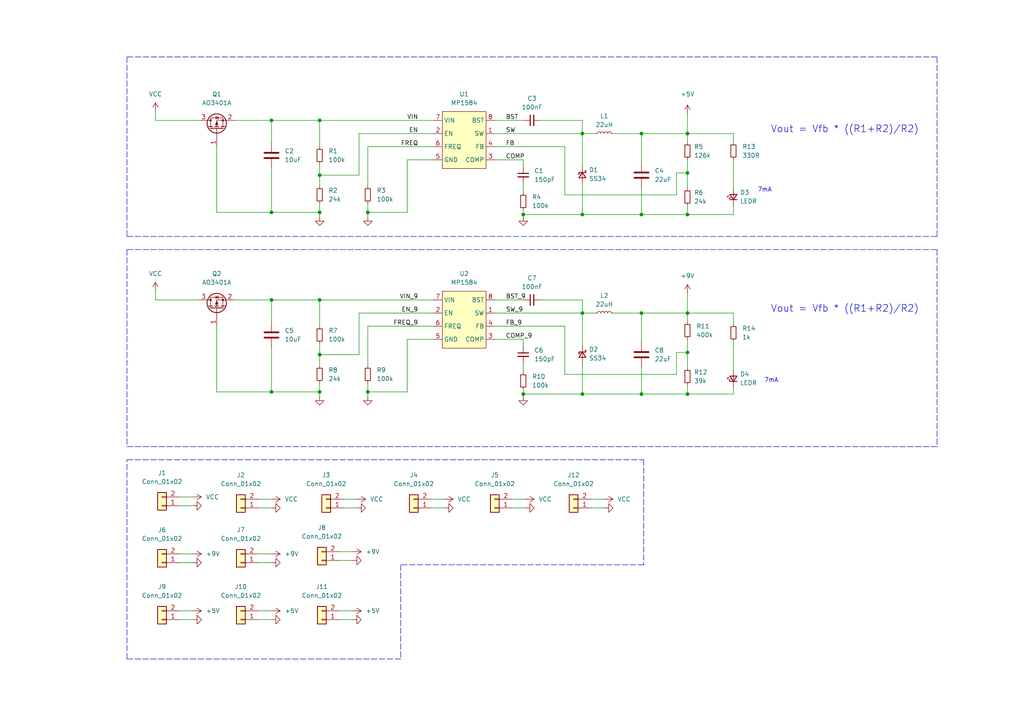
<source format=kicad_sch>
(kicad_sch (version 20211123) (generator eeschema)
  (paper "A4")
  (title_block (title "PDB") (date "2022-09-21") (rev "Version 1.0") (company "BIT2BYTE") (comment 1 "Designed By: CHUOB VANDY"))
  (lib_symbols
    (symbol "Connector_Generic:Conn_01x02" (pin_names (offset 1.016) hide)
      (property "Reference" "J" (at 0 2.54 0))
      (property "Value" "Conn_01x02" (at 0 -5.08 0))
      (symbol "Conn_01x02_1_1"
        (rectangle (start -1.27 -2.413) (end 0 -2.667) (stroke (width 0.1524)))
        (rectangle (start -1.27 0.127) (end 0 -0.127) (stroke (width 0.1524)))
        (rectangle (start -1.27 1.27) (end 1.27 -3.81) (stroke (width 0.254)) (fill (type background)))
        (pin passive line (at -5.08 0 0) (length 3.81) (name "Pin_1") (number "1"))
        (pin passive line (at -5.08 -2.54 0) (length 3.81) (name "Pin_2") (number "2"))
      )
    )
    (symbol "Device:C" (pin_numbers hide) (pin_names (offset 0.254))
      (property "Reference" "C" (at 0.635 2.54 0))
      (property "Value" "C" (at 0.635 -2.54 0))
      (symbol "C_0_1"
        (polyline (pts (xy -2.032 -0.762) (xy 2.032 -0.762)) (stroke (width 0.508)))
        (polyline (pts (xy -2.032 0.762) (xy 2.032 0.762)) (stroke (width 0.508)))
      )
      (symbol "C_1_1"
        (pin passive line (at 0 3.81 270) (length 2.794) (name "~") (number "1"))
        (pin passive line (at 0 -3.81 90) (length 2.794) (name "~") (number "2"))
      )
    )
    (symbol "Device:C_Small" (pin_numbers hide) (pin_names (offset 0.254) hide)
      (property "Reference" "C" (at 0.254 1.778 0))
      (property "Value" "C_Small" (at 0.254 -2.032 0))
      (symbol "C_Small_0_1"
        (polyline (pts (xy -1.524 -0.508) (xy 1.524 -0.508)) (stroke (width 0.3302)))
        (polyline (pts (xy -1.524 0.508) (xy 1.524 0.508)) (stroke (width 0.3048)))
      )
      (symbol "C_Small_1_1"
        (pin passive line (at 0 2.54 270) (length 2.032) (name "~") (number "1"))
        (pin passive line (at 0 -2.54 90) (length 2.032) (name "~") (number "2"))
      )
    )
    (symbol "Device:D_Schottky_Small" (pin_numbers hide) (pin_names (offset 0.254) hide)
      (property "Reference" "D" (at -1.27 2.032 0))
      (property "Value" "D_Schottky_Small" (at -7.112 -2.032 0))
      (symbol "D_Schottky_Small_0_1"
        (polyline (pts (xy -0.762 0) (xy 0.762 0)))
        (polyline (pts (xy 0.762 -1.016) (xy -0.762 0) (xy 0.762 1.016) (xy 0.762 -1.016)) (stroke (width 0.254)))
        (polyline (pts (xy -1.27 0.762) (xy -1.27 1.016) (xy -0.762 1.016) (xy -0.762 -1.016) (xy -0.254 -1.016) (xy -0.254 -0.762)) (stroke (width 0.254)))
      )
      (symbol "D_Schottky_Small_1_1"
        (pin passive line (at -2.54 0 0) (length 1.778) (name "K") (number "1"))
        (pin passive line (at 2.54 0 180) (length 1.778) (name "A") (number "2"))
      )
    )
    (symbol "Device:LED_Small" (pin_numbers hide) (pin_names (offset 0.254) hide)
      (property "Reference" "D" (at -1.27 3.175 0))
      (property "Value" "LED_Small" (at -4.445 -2.54 0))
      (symbol "LED_Small_0_1"
        (polyline (pts (xy -0.762 -1.016) (xy -0.762 1.016)) (stroke (width 0.254)))
        (polyline (pts (xy 1.016 0) (xy -0.762 0)))
        (polyline (pts (xy 0.762 -1.016) (xy -0.762 0) (xy 0.762 1.016) (xy 0.762 -1.016)) (stroke (width 0.254)))
        (polyline (pts (xy 0 0.762) (xy -0.508 1.27) (xy -0.254 1.27) (xy -0.508 1.27) (xy -0.508 1.016)))
        (polyline (pts (xy 0.508 1.27) (xy 0 1.778) (xy 0.254 1.778) (xy 0 1.778) (xy 0 1.524)))
      )
      (symbol "LED_Small_1_1"
        (pin passive line (at -2.54 0 0) (length 1.778) (name "K") (number "1"))
        (pin passive line (at 2.54 0 180) (length 1.778) (name "A") (number "2"))
      )
    )
    (symbol "Device:L_Small" (pin_numbers hide) (pin_names (offset 0.254) hide)
      (property "Reference" "L" (at 0.762 1.016 0))
      (property "Value" "L_Small" (at 0.762 -1.016 0))
      (symbol "L_Small_0_1"
        (arc (start 0 -2.032) (mid 0.508 -1.524) (end 0 -1.016))
        (arc (start 0 -1.016) (mid 0.508 -0.508) (end 0 0))
        (arc (start 0 0) (mid 0.508 0.508) (end 0 1.016))
        (arc (start 0 1.016) (mid 0.508 1.524) (end 0 2.032))
      )
      (symbol "L_Small_1_1"
        (pin passive line (at 0 2.54 270) (length 0.508) (name "~") (number "1"))
        (pin passive line (at 0 -2.54 90) (length 0.508) (name "~") (number "2"))
      )
    )
    (symbol "Device:R_Small" (pin_numbers hide) (pin_names (offset 0.254) hide)
      (property "Reference" "R" (at 0.762 0.508 0))
      (property "Value" "R_Small" (at 0.762 -1.016 0))
      (symbol "R_Small_0_1"
        (rectangle (start -0.762 1.778) (end 0.762 -1.778) (stroke (width 0.2032)))
      )
      (symbol "R_Small_1_1"
        (pin passive line (at 0 2.54 270) (length 0.762) (name "~") (number "1"))
        (pin passive line (at 0 -2.54 90) (length 0.762) (name "~") (number "2"))
      )
    )
    (symbol "Transistor_FET:AO3401A" (pin_names hide)
      (property "Reference" "Q" (at 5.08 1.905 0))
      (property "Value" "AO3401A" (at 5.08 0 0))
      (symbol "AO3401A_0_1"
        (polyline (pts (xy 0.254 0) (xy -2.54 0)))
        (polyline (pts (xy 0.254 1.905) (xy 0.254 -1.905)) (stroke (width 0.254)))
        (polyline (pts (xy 0.762 -1.27) (xy 0.762 -2.286)) (stroke (width 0.254)))
        (polyline (pts (xy 0.762 0.508) (xy 0.762 -0.508)) (stroke (width 0.254)))
        (polyline (pts (xy 0.762 2.286) (xy 0.762 1.27)) (stroke (width 0.254)))
        (polyline (pts (xy 2.54 2.54) (xy 2.54 1.778)))
        (polyline (pts (xy 2.54 -2.54) (xy 2.54 0) (xy 0.762 0)))
        (polyline (pts (xy 0.762 1.778) (xy 3.302 1.778) (xy 3.302 -1.778) (xy 0.762 -1.778)))
        (polyline (pts (xy 2.286 0) (xy 1.27 0.381) (xy 1.27 -0.381) (xy 2.286 0)) (fill (type outline)))
        (polyline (pts (xy 2.794 -0.508) (xy 2.921 -0.381) (xy 3.683 -0.381) (xy 3.81 -0.254)))
        (polyline (pts (xy 3.302 -0.381) (xy 2.921 0.254) (xy 3.683 0.254) (xy 3.302 -0.381)))
        (circle (center 1.651 0) (radius 2.794) (stroke (width 0.254)))
        (circle (center 2.54 -1.778) (radius 0.254) (fill (type outline)))
        (circle (center 2.54 1.778) (radius 0.254) (fill (type outline)))
      )
      (symbol "AO3401A_1_1"
        (pin input line (at -5.08 0 0) (length 2.54) (name "G") (number "1"))
        (pin passive line (at 2.54 -5.08 90) (length 2.54) (name "S") (number "2"))
        (pin passive line (at 2.54 5.08 270) (length 2.54) (name "D") (number "3"))
      )
    )
    (symbol "myCustomLibs:MP1584"
      (property "Reference" "U" (at 0 -10.16 0))
      (property "Value" "MP1584" (at 0 8.89 0))
      (symbol "MP1584_0_1"
        (rectangle (start -6.35 7.62) (end 6.35 -8.89) (fill (type background)))
      )
      (symbol "MP1584_1_1"
        (pin passive line (at 8.89 1.27 180) (length 2.54) (name "SW") (number "1"))
        (pin passive line (at -8.89 1.27 0) (length 2.54) (name "EN") (number "2"))
        (pin passive line (at 8.89 -6.35 180) (length 2.54) (name "COMP") (number "3"))
        (pin passive line (at 8.89 -2.54 180) (length 2.54) (name "FB") (number "4"))
        (pin passive line (at -8.89 -6.35 0) (length 2.54) (name "GND") (number "5"))
        (pin passive line (at -8.89 -2.54 0) (length 2.54) (name "FREQ") (number "6"))
        (pin passive line (at -8.89 5.08 0) (length 2.54) (name "VIN") (number "7"))
        (pin passive line (at 8.89 5.08 180) (length 2.54) (name "BST") (number "8"))
      )
    )
    (symbol "power:+5V" (power) (pin_names (offset 0))
      (property "Value" "+5V" (at 0 3.556 0))
      (symbol "+5V_0_1"
        (polyline (pts (xy -0.762 1.27) (xy 0 2.54)))
        (polyline (pts (xy 0 0) (xy 0 2.54)))
        (polyline (pts (xy 0 2.54) (xy 0.762 1.27)))
      )
      (symbol "+5V_1_1"
        (pin power_in line (at 0 0 90) (length 0) hide (name "+5V") (number "1"))
      )
    )
    (symbol "power:+9V" (power) (pin_names (offset 0))
      (property "Value" "+9V" (at 0 3.556 0))
      (symbol "+9V_0_1"
        (polyline (pts (xy -0.762 1.27) (xy 0 2.54)))
        (polyline (pts (xy 0 0) (xy 0 2.54)))
        (polyline (pts (xy 0 2.54) (xy 0.762 1.27)))
      )
      (symbol "+9V_1_1"
        (pin power_in line (at 0 0 90) (length 0) hide (name "+9V") (number "1"))
      )
    )
    (symbol "power:GND" (power) (pin_names (offset 0))
      (property "Value" "GND" (at 0 -3.81 0))
      (symbol "GND_0_1"
        (polyline (pts (xy 0 0) (xy 0 -1.27) (xy 1.27 -1.27) (xy 0 -2.54) (xy -1.27 -1.27) (xy 0 -1.27)))
      )
      (symbol "GND_1_1"
        (pin power_in line (at 0 0 270) (length 0) hide (name "GND") (number "1"))
      )
    )
    (symbol "power:VCC" (power) (pin_names (offset 0))
      (property "Value" "VCC" (at 0 3.81 0))
      (symbol "VCC_0_1"
        (polyline (pts (xy -0.762 1.27) (xy 0 2.54)))
        (polyline (pts (xy 0 0) (xy 0 2.54)))
        (polyline (pts (xy 0 2.54) (xy 0.762 1.27)))
      )
      (symbol "VCC_1_1"
        (pin power_in line (at 0 0 90) (length 0) hide (name "VCC") (number "1"))
      )
    )
  )
  (junction (at 199.39 90.805))
  (junction (at 186.055 62.23))
  (junction (at 199.39 38.735))
  (junction (at 92.71 102.87))
  (junction (at 92.71 86.995))
  (junction (at 199.39 62.23))
  (junction (at 186.055 38.735))
  (junction (at 186.055 90.805))
  (junction (at 92.71 113.665))
  (junction (at 168.91 38.735))
  (junction (at 92.71 50.8))
  (junction (at 78.74 86.995))
  (junction (at 106.68 61.595))
  (junction (at 199.39 114.3))
  (junction (at 106.68 113.665))
  (junction (at 168.91 90.805))
  (junction (at 186.055 114.3))
  (junction (at 78.74 113.665))
  (junction (at 199.39 50.165))
  (junction (at 168.91 114.3))
  (junction (at 151.765 62.23))
  (junction (at 92.71 34.925))
  (junction (at 92.71 61.595))
  (junction (at 78.74 34.925))
  (junction (at 151.765 114.3))
  (junction (at 168.91 62.23))
  (junction (at 199.39 102.235))
  (junction (at 78.74 61.595))
  (wire (pts (xy 168.91 34.925) (xy 168.91 38.735)))
  (wire (pts (xy 186.055 90.805) (xy 186.055 99.06)))
  (polyline (pts (xy 116.205 163.83) (xy 116.205 191.135)))
  (wire (pts (xy 92.71 34.925) (xy 92.71 42.545)))
  (wire (pts (xy 106.68 113.665) (xy 106.68 114.935)))
  (wire (pts (xy 125.095 144.78) (xy 128.905 144.78)))
  (wire (pts (xy 98.425 177.165) (xy 102.235 177.165)))
  (wire (pts (xy 78.74 34.925) (xy 92.71 34.925)))
  (wire (pts (xy 151.765 60.96) (xy 151.765 62.23)))
  (wire (pts (xy 45.085 32.385) (xy 45.085 34.925)))
  (polyline (pts (xy 36.83 72.39) (xy 36.83 129.54)))
  (wire (pts (xy 156.845 86.995) (xy 168.91 86.995)))
  (wire (pts (xy 92.71 59.055) (xy 92.71 61.595)))
  (wire (pts (xy 143.51 34.925) (xy 151.765 34.925)))
  (wire (pts (xy 168.91 90.805) (xy 168.91 100.33)))
  (wire (pts (xy 118.11 46.355) (xy 118.11 61.595)))
  (wire (pts (xy 199.39 62.23) (xy 186.055 62.23)))
  (polyline (pts (xy 36.83 133.35) (xy 186.69 133.35)))
  (wire (pts (xy 177.8 38.735) (xy 186.055 38.735)))
  (wire (pts (xy 163.83 56.515) (xy 196.215 56.515)))
  (wire (pts (xy 151.765 105.41) (xy 151.765 107.95)))
  (wire (pts (xy 118.11 113.665) (xy 106.68 113.665)))
  (wire (pts (xy 92.71 86.995) (xy 92.71 94.615)))
  (wire (pts (xy 125.73 94.615) (xy 106.68 94.615)))
  (polyline (pts (xy 271.78 16.51) (xy 36.83 16.51)))
  (wire (pts (xy 196.215 108.585) (xy 196.215 102.235)))
  (wire (pts (xy 92.71 61.595) (xy 92.71 62.865)))
  (wire (pts (xy 74.93 147.32) (xy 78.74 147.32)))
  (polyline (pts (xy 36.83 16.51) (xy 36.83 68.58)))
  (wire (pts (xy 199.39 85.09) (xy 199.39 90.805)))
  (wire (pts (xy 199.39 90.805) (xy 199.39 93.345)))
  (wire (pts (xy 106.68 111.125) (xy 106.68 113.665)))
  (wire (pts (xy 168.91 62.23) (xy 151.765 62.23)))
  (wire (pts (xy 148.59 144.78) (xy 152.4 144.78)))
  (wire (pts (xy 106.68 59.055) (xy 106.68 61.595)))
  (wire (pts (xy 125.73 98.425) (xy 118.11 98.425)))
  (wire (pts (xy 106.68 94.615) (xy 106.68 106.045)))
  (wire (pts (xy 212.725 38.735) (xy 212.725 41.275)))
  (wire (pts (xy 199.39 111.76) (xy 199.39 114.3)))
  (wire (pts (xy 98.425 160.02) (xy 102.235 160.02)))
  (wire (pts (xy 199.39 46.355) (xy 199.39 50.165)))
  (wire (pts (xy 45.085 86.995) (xy 57.785 86.995)))
  (wire (pts (xy 143.51 38.735) (xy 168.91 38.735)))
  (wire (pts (xy 151.765 113.03) (xy 151.765 114.3)))
  (wire (pts (xy 177.8 90.805) (xy 186.055 90.805)))
  (wire (pts (xy 74.93 179.705) (xy 78.74 179.705)))
  (wire (pts (xy 78.74 34.925) (xy 78.74 41.275)))
  (wire (pts (xy 62.865 61.595) (xy 78.74 61.595)))
  (wire (pts (xy 168.91 90.805) (xy 172.72 90.805)))
  (wire (pts (xy 199.39 102.235) (xy 199.39 106.68)))
  (wire (pts (xy 78.74 100.965) (xy 78.74 113.665)))
  (wire (pts (xy 92.71 102.87) (xy 92.71 106.045)))
  (wire (pts (xy 74.93 144.78) (xy 78.74 144.78)))
  (wire (pts (xy 151.765 98.425) (xy 151.765 100.33)))
  (wire (pts (xy 62.865 42.545) (xy 62.865 61.595)))
  (polyline (pts (xy 186.69 163.83) (xy 116.205 163.83)))
  (wire (pts (xy 212.725 114.3) (xy 199.39 114.3)))
  (wire (pts (xy 62.865 113.665) (xy 78.74 113.665)))
  (wire (pts (xy 92.71 47.625) (xy 92.71 50.8)))
  (wire (pts (xy 196.215 56.515) (xy 196.215 50.165)))
  (polyline (pts (xy 36.83 68.58) (xy 271.78 68.58)))
  (polyline (pts (xy 36.83 191.135) (xy 36.83 133.35)))
  (wire (pts (xy 212.725 99.06) (xy 212.725 107.315)))
  (wire (pts (xy 52.07 146.685) (xy 55.88 146.685)))
  (wire (pts (xy 104.14 102.87) (xy 92.71 102.87)))
  (wire (pts (xy 171.45 144.78) (xy 175.26 144.78)))
  (wire (pts (xy 186.055 90.805) (xy 199.39 90.805)))
  (wire (pts (xy 52.07 179.705) (xy 55.88 179.705)))
  (wire (pts (xy 67.945 34.925) (xy 78.74 34.925)))
  (polyline (pts (xy 271.78 72.39) (xy 271.78 129.54)))
  (wire (pts (xy 52.07 160.655) (xy 55.88 160.655)))
  (polyline (pts (xy 186.69 133.35) (xy 186.69 163.83)))
  (wire (pts (xy 143.51 86.995) (xy 151.765 86.995)))
  (wire (pts (xy 148.59 147.32) (xy 152.4 147.32)))
  (wire (pts (xy 186.055 62.23) (xy 168.91 62.23)))
  (wire (pts (xy 125.73 38.735) (xy 104.14 38.735)))
  (wire (pts (xy 163.83 94.615) (xy 163.83 108.585)))
  (wire (pts (xy 186.055 54.61) (xy 186.055 62.23)))
  (polyline (pts (xy 271.78 129.54) (xy 36.83 129.54)))
  (wire (pts (xy 104.14 90.805) (xy 104.14 102.87)))
  (wire (pts (xy 143.51 90.805) (xy 168.91 90.805)))
  (wire (pts (xy 125.73 46.355) (xy 118.11 46.355)))
  (wire (pts (xy 199.39 114.3) (xy 186.055 114.3)))
  (wire (pts (xy 168.91 105.41) (xy 168.91 114.3)))
  (wire (pts (xy 186.055 38.735) (xy 199.39 38.735)))
  (wire (pts (xy 168.91 38.735) (xy 172.72 38.735)))
  (wire (pts (xy 62.865 94.615) (xy 62.865 113.665)))
  (wire (pts (xy 92.71 99.695) (xy 92.71 102.87)))
  (wire (pts (xy 163.83 42.545) (xy 163.83 56.515)))
  (polyline (pts (xy 36.83 191.135) (xy 116.205 191.135)))
  (wire (pts (xy 199.39 59.69) (xy 199.39 62.23)))
  (wire (pts (xy 104.14 50.8) (xy 92.71 50.8)))
  (wire (pts (xy 125.73 34.925) (xy 92.71 34.925)))
  (wire (pts (xy 99.695 144.78) (xy 103.505 144.78)))
  (wire (pts (xy 168.91 38.735) (xy 168.91 48.26)))
  (wire (pts (xy 118.11 61.595) (xy 106.68 61.595)))
  (wire (pts (xy 143.51 98.425) (xy 151.765 98.425)))
  (wire (pts (xy 104.14 38.735) (xy 104.14 50.8)))
  (wire (pts (xy 171.45 147.32) (xy 175.26 147.32)))
  (wire (pts (xy 151.765 46.355) (xy 151.765 48.26)))
  (wire (pts (xy 151.765 62.23) (xy 151.765 62.865)))
  (wire (pts (xy 74.93 163.195) (xy 78.74 163.195)))
  (wire (pts (xy 212.725 112.395) (xy 212.725 114.3)))
  (wire (pts (xy 52.07 177.165) (xy 55.88 177.165)))
  (wire (pts (xy 92.71 111.125) (xy 92.71 113.665)))
  (wire (pts (xy 212.725 46.355) (xy 212.725 54.61)))
  (wire (pts (xy 67.945 86.995) (xy 78.74 86.995)))
  (wire (pts (xy 74.93 160.655) (xy 78.74 160.655)))
  (wire (pts (xy 199.39 90.805) (xy 212.725 90.805)))
  (wire (pts (xy 52.07 144.145) (xy 55.88 144.145)))
  (wire (pts (xy 212.725 90.805) (xy 212.725 93.98)))
  (wire (pts (xy 78.74 48.895) (xy 78.74 61.595)))
  (wire (pts (xy 168.91 53.34) (xy 168.91 62.23)))
  (wire (pts (xy 196.215 50.165) (xy 199.39 50.165)))
  (wire (pts (xy 99.695 147.32) (xy 103.505 147.32)))
  (wire (pts (xy 151.765 53.34) (xy 151.765 55.88)))
  (wire (pts (xy 199.39 50.165) (xy 199.39 54.61)))
  (wire (pts (xy 125.73 90.805) (xy 104.14 90.805)))
  (wire (pts (xy 143.51 94.615) (xy 163.83 94.615)))
  (wire (pts (xy 199.39 38.735) (xy 212.725 38.735)))
  (wire (pts (xy 98.425 179.705) (xy 102.235 179.705)))
  (wire (pts (xy 212.725 59.69) (xy 212.725 62.23)))
  (wire (pts (xy 106.68 61.595) (xy 106.68 62.865)))
  (wire (pts (xy 92.71 50.8) (xy 92.71 53.975)))
  (wire (pts (xy 168.91 114.3) (xy 151.765 114.3)))
  (wire (pts (xy 212.725 62.23) (xy 199.39 62.23)))
  (wire (pts (xy 125.73 42.545) (xy 106.68 42.545)))
  (wire (pts (xy 199.39 38.735) (xy 199.39 41.275)))
  (wire (pts (xy 156.845 34.925) (xy 168.91 34.925)))
  (wire (pts (xy 186.055 38.735) (xy 186.055 46.99)))
  (wire (pts (xy 98.425 162.56) (xy 102.235 162.56)))
  (polyline (pts (xy 271.78 68.58) (xy 271.78 16.51)))
  (wire (pts (xy 168.91 86.995) (xy 168.91 90.805)))
  (wire (pts (xy 78.74 113.665) (xy 92.71 113.665)))
  (wire (pts (xy 45.085 34.925) (xy 57.785 34.925)))
  (wire (pts (xy 78.74 61.595) (xy 92.71 61.595)))
  (wire (pts (xy 143.51 46.355) (xy 151.765 46.355)))
  (wire (pts (xy 52.07 163.195) (xy 55.88 163.195)))
  (wire (pts (xy 118.11 98.425) (xy 118.11 113.665)))
  (wire (pts (xy 186.055 106.68) (xy 186.055 114.3)))
  (polyline (pts (xy 36.83 72.39) (xy 271.78 72.39)))
  (wire (pts (xy 106.68 42.545) (xy 106.68 53.975)))
  (wire (pts (xy 45.085 84.455) (xy 45.085 86.995)))
  (wire (pts (xy 92.71 113.665) (xy 92.71 114.935)))
  (wire (pts (xy 78.74 86.995) (xy 92.71 86.995)))
  (wire (pts (xy 78.74 86.995) (xy 78.74 93.345)))
  (wire (pts (xy 74.93 177.165) (xy 78.74 177.165)))
  (wire (pts (xy 143.51 42.545) (xy 163.83 42.545)))
  (wire (pts (xy 125.73 86.995) (xy 92.71 86.995)))
  (wire (pts (xy 199.39 33.02) (xy 199.39 38.735)))
  (wire (pts (xy 151.765 114.3) (xy 151.765 114.935)))
  (wire (pts (xy 163.83 108.585) (xy 196.215 108.585)))
  (wire (pts (xy 186.055 114.3) (xy 168.91 114.3)))
  (wire (pts (xy 125.095 147.32) (xy 128.905 147.32)))
  (wire (pts (xy 199.39 98.425) (xy 199.39 102.235)))
  (wire (pts (xy 196.215 102.235) (xy 199.39 102.235)))
  (text "7mA" (at 219.71 55.88 0) (effects (font (size 1.27 1.27)) (justify left bottom)))
  (text "Vout = Vfb * ((R1+R2)/R2)" (at 223.52 38.735 0) (effects (font (size 2 2)) (justify left bottom)))
  (text "Vout = Vfb * ((R1+R2)/R2)" (at 223.52 90.805 0) (effects (font (size 2 2)) (justify left bottom)))
  (text "7mA" (at 221.615 111.125 0) (effects (font (size 1.27 1.27)) (justify left bottom)))
  (label "EN" (at 121.285 38.735 180))
  (label "FB" (at 146.685 42.545 0))
  (label "COMP" (at 146.685 46.355 0))
  (label "SW_9" (at 146.685 90.805 0))
  (label "VIN" (at 121.285 34.925 180))
  (label "FREQ" (at 121.285 42.545 180))
  (label "EN_9" (at 121.285 90.805 180))
  (label "FB_9" (at 146.685 94.615 0))
  (label "BST" (at 146.685 34.925 0))
  (label "BST_9" (at 146.685 86.995 0))
  (label "COMP_9" (at 146.685 98.425 0))
  (label "VIN_9" (at 121.285 86.995 180))
  (label "FREQ_9" (at 121.285 94.615 180))
  (label "SW" (at 146.685 38.735 0))
  (symbol (lib_id "power:GND") (at 55.88 146.685 90) (unit 1)
    (property "Reference" "#PWR011" (effects hide))
    (property "Value" "GND" (effects hide))
  )
  (symbol (lib_id "power:+5V") (at 55.88 177.165 270) (unit 1)
    (property "Reference" "#PWR027" (effects hide))
    (property "Value" "+5V" (at 59.69 177.1649 90) (effects (justify left)))
  )
  (symbol (lib_id "Device:D_Schottky_Small") (at 168.91 50.8 270) (unit 1)
    (property "Reference" "D1" (at 170.815 49.2759 90) (effects (justify left)))
    (property "Value" "SS34" (at 170.815 51.8159 90) (effects (justify left)))
    (property "Footprint" "Diode_SMD:D_SMA" (effects hide))
  )
  (symbol (lib_id "power:VCC") (at 78.74 144.78 270) (unit 1)
    (property "Reference" "#PWR012" (effects hide))
    (property "Value" "VCC" (at 82.55 144.7799 90) (effects (justify left)))
  )
  (symbol (lib_id "Device:R_Small") (at 92.71 97.155 0) (unit 1)
    (property "Reference" "R7" (at 95.25 95.8849 0) (effects (justify left)))
    (property "Value" "100k" (at 95.25 98.4249 0) (effects (justify left)))
    (property "Footprint" "Resistor_SMD:R_0603_1608Metric" (effects hide))
  )
  (symbol (lib_id "power:+5V") (at 102.235 177.165 270) (unit 1)
    (property "Reference" "#PWR031" (effects hide))
    (property "Value" "+5V" (at 106.045 177.1649 90) (effects (justify left)))
  )
  (symbol (lib_id "power:VCC") (at 45.085 84.455 0) (unit 1)
    (property "Reference" "#PWR06" (effects hide))
    (property "Value" "VCC" (at 45.085 79.375 0))
  )
  (symbol (lib_id "Connector_Generic:Conn_01x02") (at 94.615 147.32 180) (unit 1)
    (property "Reference" "J3" (at 94.615 137.795 0))
    (property "Value" "Conn_01x02" (at 94.615 140.335 0))
    (property "Footprint" "myCustomLibs:PDB_Pad01x02" (effects hide))
  )
  (symbol (lib_id "power:+9V") (at 78.74 160.655 270) (unit 1)
    (property "Reference" "#PWR023" (effects hide))
    (property "Value" "+9V" (at 82.55 160.6549 90) (effects (justify left)))
  )
  (symbol (lib_id "power:GND") (at 151.765 114.935 0) (unit 1)
    (property "Reference" "#PWR09" (effects hide))
    (property "Value" "GND" (effects hide))
  )
  (symbol (lib_id "Device:D_Schottky_Small") (at 168.91 102.87 270) (unit 1)
    (property "Reference" "D2" (at 170.815 101.3459 90) (effects (justify left)))
    (property "Value" "SS34" (at 170.815 103.8859 90) (effects (justify left)))
    (property "Footprint" "Diode_SMD:D_SMA" (effects hide))
  )
  (symbol (lib_id "Device:R_Small") (at 106.68 56.515 0) (unit 1)
    (property "Reference" "R3" (at 109.22 55.2449 0) (effects (justify left)))
    (property "Value" "100k" (at 109.22 57.7849 0) (effects (justify left)))
    (property "Footprint" "Resistor_SMD:R_0603_1608Metric" (effects hide))
  )
  (symbol (lib_id "power:VCC") (at 175.26 144.78 270) (unit 1)
    (property "Reference" "#PWR033" (effects hide))
    (property "Value" "VCC" (at 179.07 144.7799 90) (effects (justify left)))
  )
  (symbol (lib_id "power:GND") (at 128.905 147.32 90) (unit 1)
    (property "Reference" "#PWR017" (effects hide))
    (property "Value" "GND" (effects hide))
  )
  (symbol (lib_id "Device:R_Small") (at 106.68 108.585 0) (unit 1)
    (property "Reference" "R9" (at 109.22 107.3149 0) (effects (justify left)))
    (property "Value" "100k" (at 109.22 109.8549 0) (effects (justify left)))
    (property "Footprint" "Resistor_SMD:R_0603_1608Metric" (effects hide))
  )
  (symbol (lib_id "Device:R_Small") (at 212.725 96.52 0) (unit 1)
    (property "Reference" "R14" (at 215.265 95.2499 0) (effects (justify left)))
    (property "Value" "1k" (at 215.265 97.7899 0) (effects (justify left)))
    (property "Footprint" "Resistor_SMD:R_0603_1608Metric" (effects hide))
  )
  (symbol (lib_id "Connector_Generic:Conn_01x02") (at 93.345 162.56 180) (unit 1)
    (property "Reference" "J8" (at 93.345 153.035 0))
    (property "Value" "Conn_01x02" (at 93.345 155.575 0))
    (property "Footprint" "myCustomLibs:ConPadx02-1.5mm" (effects hide))
  )
  (symbol (lib_id "Device:R_Small") (at 92.71 108.585 0) (unit 1)
    (property "Reference" "R8" (at 95.25 107.3149 0) (effects (justify left)))
    (property "Value" "24k" (at 95.25 109.8549 0) (effects (justify left)))
    (property "Footprint" "Resistor_SMD:R_0603_1608Metric" (effects hide))
  )
  (symbol (lib_id "power:GND") (at 78.74 163.195 90) (unit 1)
    (property "Reference" "#PWR024" (effects hide))
    (property "Value" "GND" (effects hide))
  )
  (symbol (lib_id "Connector_Generic:Conn_01x02") (at 46.99 179.705 180) (unit 1)
    (property "Reference" "J9" (at 46.99 170.18 0))
    (property "Value" "Conn_01x02" (at 46.99 172.72 0))
    (property "Footprint" "myCustomLibs:ConPadx02-1.5mm" (effects hide))
  )
  (symbol (lib_id "power:GND") (at 92.71 114.935 0) (unit 1)
    (property "Reference" "#PWR07" (effects hide))
    (property "Value" "GND" (effects hide))
  )
  (symbol (lib_id "Connector_Generic:Conn_01x02") (at 69.85 147.32 180) (unit 1)
    (property "Reference" "J2" (at 69.85 137.795 0))
    (property "Value" "Conn_01x02" (at 69.85 140.335 0))
    (property "Footprint" "myCustomLibs:PDB_Pad01x02" (effects hide))
  )
  (symbol (lib_id "power:GND") (at 103.505 147.32 90) (unit 1)
    (property "Reference" "#PWR015" (effects hide))
    (property "Value" "GND" (effects hide))
  )
  (symbol (lib_id "power:GND") (at 175.26 147.32 90) (unit 1)
    (property "Reference" "#PWR034" (effects hide))
    (property "Value" "GND" (effects hide))
  )
  (symbol (lib_id "power:VCC") (at 45.085 32.385 0) (unit 1)
    (property "Reference" "#PWR03" (effects hide))
    (property "Value" "VCC" (at 45.085 27.305 0))
  )
  (symbol (lib_id "power:GND") (at 106.68 114.935 0) (unit 1)
    (property "Reference" "#PWR08" (effects hide))
    (property "Value" "GND" (effects hide))
  )
  (symbol (lib_id "Transistor_FET:AO3401A") (at 62.865 89.535 90) (unit 1)
    (property "Reference" "Q2" (at 62.865 79.375 90))
    (property "Value" "AO3401A" (at 62.865 81.915 90))
    (property "Footprint" "Package_TO_SOT_SMD:SOT-23" (effects hide))
    (property "Datasheet" "http://www.aosmd.com/pdfs/datasheet/AO3401A.pdf" (effects hide))
  )
  (symbol (lib_id "power:GND") (at 106.68 62.865 0) (unit 1)
    (property "Reference" "#PWR02" (effects hide))
    (property "Value" "GND" (effects hide))
  )
  (symbol (lib_id "Connector_Generic:Conn_01x02") (at 46.99 146.685 180) (unit 1)
    (property "Reference" "J1" (at 46.99 137.16 0))
    (property "Value" "Conn_01x02" (at 46.99 139.7 0))
    (property "Footprint" "myCustomLibs:PDB_6mm" (effects hide))
  )
  (symbol (lib_id "power:VCC") (at 55.88 144.145 270) (unit 1)
    (property "Reference" "#PWR010" (effects hide))
    (property "Value" "VCC" (at 59.69 144.1449 90) (effects (justify left)))
  )
  (symbol (lib_id "Device:R_Small") (at 199.39 109.22 0) (unit 1)
    (property "Reference" "R12" (at 201.295 107.9499 0) (effects (justify left)))
    (property "Value" "39k" (at 201.295 110.4899 0) (effects (justify left)))
    (property "Footprint" "Resistor_SMD:R_0603_1608Metric" (effects hide))
  )
  (symbol (lib_id "power:GND") (at 78.74 147.32 90) (unit 1)
    (property "Reference" "#PWR013" (effects hide))
    (property "Value" "GND" (effects hide))
  )
  (symbol (lib_id "power:GND") (at 92.71 62.865 0) (unit 1)
    (property "Reference" "#PWR01" (effects hide))
    (property "Value" "GND" (effects hide))
  )
  (symbol (lib_id "Connector_Generic:Conn_01x02") (at 93.345 179.705 180) (unit 1)
    (property "Reference" "J11" (at 93.345 170.18 0))
    (property "Value" "Conn_01x02" (at 93.345 172.72 0))
    (property "Footprint" "myCustomLibs:ConPadx02-1.5mm" (effects hide))
  )
  (symbol (lib_id "Device:R_Small") (at 199.39 57.15 0) (unit 1)
    (property "Reference" "R6" (at 201.295 55.8799 0) (effects (justify left)))
    (property "Value" "24k" (at 201.295 58.4199 0) (effects (justify left)))
    (property "Footprint" "Resistor_SMD:R_0603_1608Metric" (effects hide))
  )
  (symbol (lib_id "power:+5V") (at 78.74 177.165 270) (unit 1)
    (property "Reference" "#PWR029" (effects hide))
    (property "Value" "+5V" (at 82.55 177.1649 90) (effects (justify left)))
  )
  (symbol (lib_id "power:VCC") (at 103.505 144.78 270) (unit 1)
    (property "Reference" "#PWR014" (effects hide))
    (property "Value" "VCC" (at 107.315 144.7799 90) (effects (justify left)))
  )
  (symbol (lib_id "Device:R_Small") (at 92.71 45.085 0) (unit 1)
    (property "Reference" "R1" (at 95.25 43.8149 0) (effects (justify left)))
    (property "Value" "100k" (at 95.25 46.3549 0) (effects (justify left)))
    (property "Footprint" "Resistor_SMD:R_0603_1608Metric" (effects hide))
  )
  (symbol (lib_id "Device:R_Small") (at 199.39 43.815 0) (unit 1)
    (property "Reference" "R5" (at 201.295 42.5449 0) (effects (justify left)))
    (property "Value" "126k" (at 201.295 45.0849 0) (effects (justify left)))
    (property "Footprint" "Resistor_SMD:R_0603_1608Metric" (effects hide))
  )
  (symbol (lib_id "Device:C") (at 186.055 102.87 0) (unit 1)
    (property "Reference" "C8" (at 189.865 101.5999 0) (effects (justify left)))
    (property "Value" "22uF" (at 189.865 104.1399 0) (effects (justify left)))
    (property "Footprint" "Capacitor_SMD:C_1206_3216Metric" (effects hide))
  )
  (symbol (lib_id "Device:C") (at 186.055 50.8 0) (unit 1)
    (property "Reference" "C4" (at 189.865 49.5299 0) (effects (justify left)))
    (property "Value" "22uF" (at 189.865 52.0699 0) (effects (justify left)))
    (property "Footprint" "Capacitor_SMD:C_1206_3216Metric" (effects hide))
  )
  (symbol (lib_id "Device:C_Small") (at 154.305 86.995 90) (unit 1)
    (property "Reference" "C7" (at 154.3113 80.645 90))
    (property "Value" "100nF" (at 154.3113 83.185 90))
    (property "Footprint" "Capacitor_SMD:C_0603_1608Metric" (effects hide))
  )
  (symbol (lib_id "power:GND") (at 78.74 179.705 90) (unit 1)
    (property "Reference" "#PWR030" (effects hide))
    (property "Value" "GND" (effects hide))
  )
  (symbol (lib_id "power:GND") (at 102.235 179.705 90) (unit 1)
    (property "Reference" "#PWR032" (effects hide))
    (property "Value" "GND" (effects hide))
  )
  (symbol (lib_id "Transistor_FET:AO3401A") (at 62.865 37.465 90) (unit 1)
    (property "Reference" "Q1" (at 62.865 27.305 90))
    (property "Value" "AO3401A" (at 62.865 29.845 90))
    (property "Footprint" "Package_TO_SOT_SMD:SOT-23" (effects hide))
    (property "Datasheet" "http://www.aosmd.com/pdfs/datasheet/AO3401A.pdf" (effects hide))
  )
  (symbol (lib_id "power:+9V") (at 55.88 160.655 270) (unit 1)
    (property "Reference" "#PWR021" (effects hide))
    (property "Value" "+9V" (at 59.69 160.6549 90) (effects (justify left)))
  )
  (symbol (lib_id "power:GND") (at 102.235 162.56 90) (unit 1)
    (property "Reference" "#PWR026" (effects hide))
    (property "Value" "GND" (effects hide))
  )
  (symbol (lib_id "Connector_Generic:Conn_01x02") (at 69.85 179.705 180) (unit 1)
    (property "Reference" "J10" (at 69.85 170.18 0))
    (property "Value" "Conn_01x02" (at 69.85 172.72 0))
    (property "Footprint" "myCustomLibs:ConPadx02-1.5mm" (effects hide))
  )
  (symbol (lib_id "Device:R_Small") (at 212.725 43.815 0) (unit 1)
    (property "Reference" "R13" (at 215.265 42.5449 0) (effects (justify left)))
    (property "Value" "330R" (at 215.265 45.0849 0) (effects (justify left)))
    (property "Footprint" "Resistor_SMD:R_0603_1608Metric" (effects hide))
  )
  (symbol (lib_id "Device:R_Small") (at 151.765 58.42 0) (unit 1)
    (property "Reference" "R4" (at 154.305 57.1499 0) (effects (justify left)))
    (property "Value" "100k" (at 154.305 59.6899 0) (effects (justify left)))
    (property "Footprint" "Resistor_SMD:R_0603_1608Metric" (effects hide))
  )
  (symbol (lib_id "Device:C_Small") (at 151.765 102.87 0) (unit 1)
    (property "Reference" "C6" (at 154.94 101.6062 0) (effects (justify left)))
    (property "Value" "150pF" (at 154.94 104.1462 0) (effects (justify left)))
    (property "Footprint" "Capacitor_SMD:C_0603_1608Metric" (effects hide))
  )
  (symbol (lib_id "Device:R_Small") (at 199.39 95.885 0) (unit 1)
    (property "Reference" "R11" (at 201.93 94.6149 0) (effects (justify left)))
    (property "Value" "400k" (at 201.93 97.1549 0) (effects (justify left)))
    (property "Footprint" "Resistor_SMD:R_0603_1608Metric" (effects hide))
  )
  (symbol (lib_id "Device:LED_Small") (at 212.725 109.855 90) (unit 1)
    (property "Reference" "D4" (at 214.63 108.5214 90) (effects (justify right)))
    (property "Value" "LEDR" (at 214.63 111.0614 90) (effects (justify right)))
    (property "Footprint" "LED_SMD:LED_0603_1608Metric" (effects hide))
  )
  (symbol (lib_id "Connector_Generic:Conn_01x02") (at 166.37 147.32 180) (unit 1)
    (property "Reference" "J12" (at 166.37 137.795 0))
    (property "Value" "Conn_01x02" (at 166.37 140.335 0))
    (property "Footprint" "myCustomLibs:PDB_6mm" (effects hide))
  )
  (symbol (lib_id "power:GND") (at 152.4 147.32 90) (unit 1)
    (property "Reference" "#PWR019" (effects hide))
    (property "Value" "GND" (effects hide))
  )
  (symbol (lib_id "power:VCC") (at 152.4 144.78 270) (unit 1)
    (property "Reference" "#PWR018" (effects hide))
    (property "Value" "VCC" (at 156.21 144.7799 90) (effects (justify left)))
  )
  (symbol (lib_id "power:GND") (at 151.765 62.865 0) (unit 1)
    (property "Reference" "#PWR04" (effects hide))
    (property "Value" "GND" (effects hide))
  )
  (symbol (lib_id "Device:L_Small") (at 175.26 38.735 90) (unit 1)
    (property "Reference" "L1" (at 175.26 33.655 90))
    (property "Value" "22uH" (at 175.26 36.195 90))
    (property "Footprint" "Inductor_SMD:L_7.3x7.3_H4.5" (effects hide))
  )
  (symbol (lib_id "Device:C") (at 78.74 97.155 0) (unit 1)
    (property "Reference" "C5" (at 82.55 95.8849 0) (effects (justify left)))
    (property "Value" "10uF" (at 82.55 98.4249 0) (effects (justify left)))
    (property "Footprint" "Capacitor_SMD:C_1206_3216Metric" (effects hide))
  )
  (symbol (lib_id "Device:R_Small") (at 92.71 56.515 0) (unit 1)
    (property "Reference" "R2" (at 95.25 55.2449 0) (effects (justify left)))
    (property "Value" "24k" (at 95.25 57.7849 0) (effects (justify left)))
    (property "Footprint" "Resistor_SMD:R_0603_1608Metric" (effects hide))
  )
  (symbol (lib_id "Device:L_Small") (at 175.26 90.805 90) (unit 1)
    (property "Reference" "L2" (at 175.26 85.725 90))
    (property "Value" "22uH" (at 175.26 88.265 90))
    (property "Footprint" "Inductor_SMD:L_7.3x7.3_H4.5" (effects hide))
  )
  (symbol (lib_id "Device:C_Small") (at 154.305 34.925 90) (unit 1)
    (property "Reference" "C3" (at 154.3113 28.575 90))
    (property "Value" "100nF" (at 154.3113 31.115 90))
    (property "Footprint" "Capacitor_SMD:C_0603_1608Metric" (effects hide))
  )
  (symbol (lib_id "power:GND") (at 55.88 179.705 90) (unit 1)
    (property "Reference" "#PWR028" (effects hide))
    (property "Value" "GND" (effects hide))
  )
  (symbol (lib_id "power:+9V") (at 199.39 85.09 0) (unit 1)
    (property "Reference" "#PWR020" (effects hide))
    (property "Value" "+9V" (at 199.39 80.01 0))
  )
  (symbol (lib_id "power:GND") (at 55.88 163.195 90) (unit 1)
    (property "Reference" "#PWR022" (effects hide))
    (property "Value" "GND" (effects hide))
  )
  (symbol (lib_id "myCustomLibs:MP1584") (at 134.62 40.005 0) (unit 1)
    (property "Reference" "U1" (at 134.62 27.305 0))
    (property "Value" "MP1584" (at 134.62 29.845 0))
    (property "Footprint" "Package_SO:SOIC-8-1EP_3.9x4.9mm_P1.27mm_EP2.41x3.3mm" (effects hide))
  )
  (symbol (lib_id "Connector_Generic:Conn_01x02") (at 143.51 147.32 180) (unit 1)
    (property "Reference" "J5" (at 143.51 137.795 0))
    (property "Value" "Conn_01x02" (at 143.51 140.335 0))
    (property "Footprint" "myCustomLibs:PDB_Pad01x02" (effects hide))
  )
  (symbol (lib_id "Connector_Generic:Conn_01x02") (at 69.85 163.195 180) (unit 1)
    (property "Reference" "J7" (at 69.85 153.67 0))
    (property "Value" "Conn_01x02" (at 69.85 156.21 0))
    (property "Footprint" "myCustomLibs:ConPadx02-1.5mm" (effects hide))
  )
  (symbol (lib_id "Device:LED_Small") (at 212.725 57.15 90) (unit 1)
    (property "Reference" "D3" (at 214.63 55.8164 90) (effects (justify right)))
    (property "Value" "LEDR" (at 214.63 58.3564 90) (effects (justify right)))
    (property "Footprint" "LED_SMD:LED_0603_1608Metric" (effects hide))
  )
  (symbol (lib_id "power:VCC") (at 128.905 144.78 270) (unit 1)
    (property "Reference" "#PWR016" (effects hide))
    (property "Value" "VCC" (at 132.715 144.7799 90) (effects (justify left)))
  )
  (symbol (lib_id "power:+9V") (at 102.235 160.02 270) (unit 1)
    (property "Reference" "#PWR025" (effects hide))
    (property "Value" "+9V" (at 106.045 160.0199 90) (effects (justify left)))
  )
  (symbol (lib_id "myCustomLibs:MP1584") (at 134.62 92.075 0) (unit 1)
    (property "Reference" "U2" (at 134.62 79.375 0))
    (property "Value" "MP1584" (at 134.62 81.915 0))
    (property "Footprint" "Package_SO:SOIC-8-1EP_3.9x4.9mm_P1.27mm_EP2.41x3.3mm" (effects hide))
  )
  (symbol (lib_id "Device:C") (at 78.74 45.085 0) (unit 1)
    (property "Reference" "C2" (at 82.55 43.8149 0) (effects (justify left)))
    (property "Value" "10uF" (at 82.55 46.3549 0) (effects (justify left)))
    (property "Footprint" "Capacitor_SMD:C_1206_3216Metric" (effects hide))
  )
  (symbol (lib_id "Connector_Generic:Conn_01x02") (at 120.015 147.32 180) (unit 1)
    (property "Reference" "J4" (at 120.015 137.795 0))
    (property "Value" "Conn_01x02" (at 120.015 140.335 0))
    (property "Footprint" "myCustomLibs:PDB_Pad01x02" (effects hide))
  )
  (symbol (lib_id "Connector_Generic:Conn_01x02") (at 46.99 163.195 180) (unit 1)
    (property "Reference" "J6" (at 46.99 153.67 0))
    (property "Value" "Conn_01x02" (at 46.99 156.21 0))
    (property "Footprint" "myCustomLibs:ConPadx02-1.5mm" (effects hide))
  )
  (symbol (lib_id "Device:R_Small") (at 151.765 110.49 0) (unit 1)
    (property "Reference" "R10" (at 154.305 109.2199 0) (effects (justify left)))
    (property "Value" "100k" (at 154.305 111.7599 0) (effects (justify left)))
    (property "Footprint" "Resistor_SMD:R_0603_1608Metric" (effects hide))
  )
  (symbol (lib_id "Device:C_Small") (at 151.765 50.8 0) (unit 1)
    (property "Reference" "C1" (at 154.94 49.5362 0) (effects (justify left)))
    (property "Value" "150pF" (at 154.94 52.0762 0) (effects (justify left)))
    (property "Footprint" "Capacitor_SMD:C_0603_1608Metric" (effects hide))
  )
  (symbol (lib_id "power:+5V") (at 199.39 33.02 0) (unit 1)
    (property "Reference" "#PWR05" (effects hide))
    (property "Value" "+5V" (at 199.39 27.305 0))
  )
)
</source>
